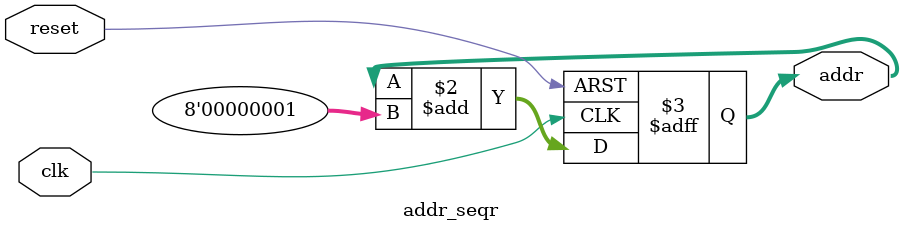
<source format=v>
`timescale 1ns / 1ps
module addr_seqr(clk, reset, addr);

     input               clk, reset;
     
     output    [7:0]     addr;
     
     reg       [7:0]     addr;     
          
     always @(posedge clk or posedge reset)
          if(reset) begin
               addr <= 8'b00;
          end else begin
               addr <= addr + 8'b01;
          end
endmodule

</source>
